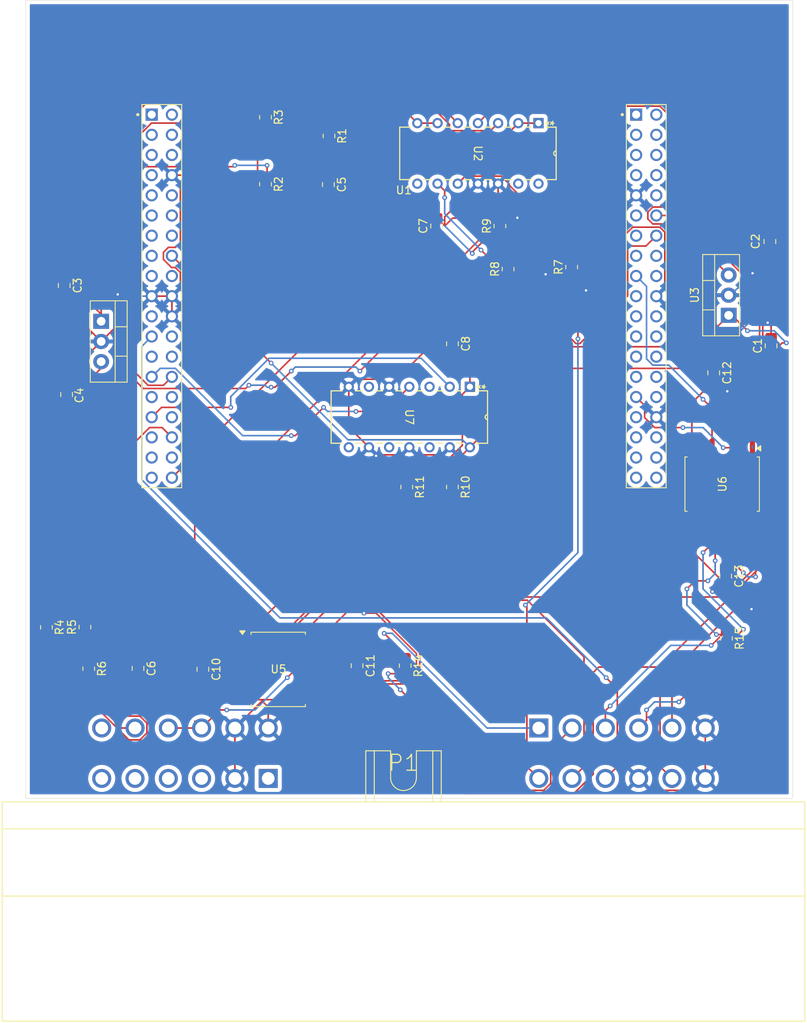
<source format=kicad_pcb>
(kicad_pcb (version 20240108) (generator "pcbnew") (generator_version "8.0")
  (title_block (title "ETC PCB") (date "2024-10-12") (rev "1") (company "Dustin Wang - Formula Slug"))
  (layers (0 "F.Cu" signal) (31 "B.Cu" signal) (34 "B.Paste" user) (35 "F.Paste" user) (36 "B.SilkS" user "B.Silkscreen") (37 "F.SilkS" user "F.Silkscreen") (38 "B.Mask" user) (39 "F.Mask" user) (44 "Edge.Cuts" user))
  (net 0 "")
  (net 1 "+12V")
  (net 2 "GND")
  (net 3 "+5V")
  (net 4 "+9V")
  (net 5 "/HE1")
  (net 6 "/HE2")
  (net 7 "/BSE")
  (net 8 "/Cockpit_smooth")
  (net 9 "/Reverse_smooth")
  (net 10 "+3V3")
  (net 12 "/HE1_RAW")
  (net 13 "/RTDS")
  (net 15 "/L_CAN")
  (net 16 "/Cockpit_Raw")
  (net 19 "/Reverse_Raw")
  (net 20 "/BSE_RAW")
  (net 21 "/H_CAN")
  (net 22 "/HE2_RAW")
  (net 23 "/L_Motor_CAN")
  (net 24 "/H_Motor_CAN")
  (net 25 "Net-(U2A--)")
  (net 26 "Net-(U2B--)")
  (net 27 "Net-(U2C--)")
  (net 37 "/Reverse_Signal")
  (net 40 "/CAN_RD")
  (net 49 "/Motor_CAN_RD")
  (net 58 "/CAN_TD")
  (net 71 "/Cockpit_Signal")
  (net 81 "/Motor_CAN_TD")
  (net 83 "Net-(U2D--)")
  (footprint "FS_3_Global_Footprint_Library:NUCLEO-F446RE" (layer "F.Cu") (at 198.59 85.42)
    (property "Reference" "U1")
    (property "Value" "NUCLEO-F446RE")
  )
  (footprint "Capacitor_SMD:C_0805_2012Metric_Pad1.18x1.45mm_HandSolder" (layer "F.Cu") (at 244.78 105.0225 90)
    (property "Reference" "C1")
    (property "Value" ".33 µF")
  )
  (footprint "Resistor_SMD:R_0805_2012Metric_Pad1.20x1.40mm_HandSolder" (layer "F.Cu") (at 158.9125 145.6725 -90)
    (property "Reference" "R6")
    (property "Value" "180kΩ")
  )
  (footprint "FS_3_Global_Footprint_Library:N14" (layer "F.Cu") (at 200.27 84.6 -90)
    (property "Reference" "U2")
    (property "Value" "MCP6004")
  )
  (footprint "Package_SO:SOP-8_6.62x9.15mm_P2.54mm" (layer "F.Cu") (at 238.62 122.435 -90)
    (property "Reference" "U6")
    (property "Value" "ISO1050DUB")
  )
  (footprint "Capacitor_SMD:C_0805_2012Metric_Pad1.18x1.45mm_HandSolder" (layer "F.Cu") (at 165.1175 145.6425 -90)
    (property "Reference" "C6")
    (property "Value" "40 nF")
  )
  (footprint "Capacitor_SMD:C_0805_2012Metric_Pad1.18x1.45mm_HandSolder" (layer "F.Cu") (at 192.68 145.307244 -90)
    (property "Reference" "C11")
    (property "Value" "100nF")
  )
  (footprint "Resistor_SMD:R_0805_2012Metric_Pad1.20x1.40mm_HandSolder" (layer "F.Cu") (at 198.735 145.299744 -90)
    (property "Reference" "R14")
    (property "Value" "120Ω")
  )
  (footprint "Resistor_SMD:R_0805_2012Metric_Pad1.20x1.40mm_HandSolder" (layer "F.Cu") (at 239.16 141.86 -90)
    (property "Reference" "R15")
    (property "Value" "120Ω")
  )
  (footprint "Resistor_SMD:R_0805_2012Metric_Pad1.20x1.40mm_HandSolder" (layer "F.Cu") (at 158.44 140.44 90)
    (property "Reference" "R5")
    (property "Value" "180kΩ")
  )
  (footprint "FS_3_Global_Footprint_Library:TE_DTM1312PC12PDR008" (layer "F.Cu") (at 198.525 157.54)
    (property "Reference" "P1")
    (property "Value" "DTM1312PC12PDR008")
  )
  (footprint "Resistor_SMD:R_0805_2012Metric_Pad1.20x1.40mm_HandSolder" (layer "F.Cu") (at 219.6845 95.1075 90)
    (property "Reference" "R7")
    (property "Value" "100kΩ")
  )
  (footprint "Resistor_SMD:R_0805_2012Metric_Pad1.20x1.40mm_HandSolder" (layer "F.Cu") (at 204.68 122.8 -90)
    (property "Reference" "R10")
    (property "Value" "10kΩ")
  )
  (footprint "Capacitor_SMD:C_0805_2012Metric_Pad1.18x1.45mm_HandSolder" (layer "F.Cu") (at 204.68 104.7625 -90)
    (property "Reference" "C8")
    (property "Value" "100 nF" (hide yes))
  )
  (footprint "Resistor_SMD:R_0805_2012Metric_Pad1.20x1.40mm_HandSolder" (layer "F.Cu") (at 181.16 76.24 -90)
    (property "Reference" "R3")
    (property "Value" "100kΩ")
  )
  (footprint "Capacitor_SMD:C_0805_2012Metric_Pad1.18x1.45mm_HandSolder" (layer "F.Cu") (at 237.56 108.4225 -90)
    (property "Reference" "C12")
    (property "Value" "100nF")
  )
  (footprint "Capacitor_SMD:C_0805_2012Metric_Pad1.18x1.45mm_HandSolder" (layer "F.Cu") (at 173.28 145.747244 -90)
    (property "Reference" "C10")
    (property "Value" "100nF")
  )
  (footprint "Resistor_SMD:R_0805_2012Metric_Pad1.20x1.40mm_HandSolder" (layer "F.Cu") (at 189.15 78.595 -90)
    (property "Reference" "R1")
    (property "Value" "180kΩ")
  )
  (footprint "Capacitor_SMD:C_0805_2012Metric_Pad1.18x1.45mm_HandSolder" (layer "F.Cu") (at 189.07 84.7125 -90)
    (property "Reference" "C5")
    (property "Value" "40 nF")
  )
  (footprint "Capacitor_SMD:C_0805_2012Metric_Pad1.18x1.45mm_HandSolder" (layer "F.Cu") (at 155.83 97.4275 -90)
    (property "Reference" "C3")
    (property "Value" ".33 µF")
  )
  (footprint "FS_3_Global_Footprint_Library:N14" (layer "F.Cu") (at 191.64 117.8 -90)
    (property "Reference" "U7")
    (property "Value" "SN74AHC14N")
  )
  (footprint "Resistor_SMD:R_0805_2012Metric_Pad1.20x1.40mm_HandSolder" (layer "F.Cu") (at 181.16 84.675 -90)
    (property "Reference" "R2")
    (property "Value" "330kΩ")
  )
  (footprint "Resistor_SMD:R_0805_2012Metric_Pad1.20x1.40mm_HandSolder" (layer "F.Cu") (at 211.6845 95.3575 90)
    (property "Reference" "R8")
    (property "Value" "180kΩ")
  )
  (footprint "Capacitor_SMD:C_0805_2012Metric_Pad1.18x1.45mm_HandSolder" (layer "F.Cu") (at 156.13 111.1525 90)
    (property "Reference" "C4")
    (property "Value" ".1 µF")
  )
  (footprint "Capacitor_SMD:C_0805_2012Metric_Pad1.18x1.45mm_HandSolder" (layer "F.Cu") (at 244.63 91.8825 -90)
    (property "Reference" "C2")
    (property "Value" ".1 µF")
  )
  (footprint "Resistor_SMD:R_0805_2012Metric_Pad1.20x1.40mm_HandSolder" (layer "F.Cu") (at 153.59 140.47 -90)
    (property "Reference" "R4")
    (property "Value" "100kΩ")
  )
  (footprint "Resistor_SMD:R_0805_2012Metric_Pad1.20x1.40mm_HandSolder" (layer "F.Cu") (at 198.93 122.8 -90)
    (property "Reference" "R11")
    (property "Value" "390kΩ")
  )
  (footprint "Resistor_SMD:R_0805_2012Metric_Pad1.20x1.40mm_HandSolder" (layer "F.Cu") (at 210.6545 89.9375 90)
    (property "Reference" "R9")
    (property "Value" "330kΩ")
  )
  (footprint "Capacitor_SMD:C_0805_2012Metric_Pad1.18x1.45mm_HandSolder" (layer "F.Cu") (at 202.692 89.9375 90)
    (property "Reference" "C7")
    (property "Value" "40 nF")
  )
  (footprint "Package_SO:SOP-8_6.62x9.15mm_P2.54mm" (layer "F.Cu") (at 182.76 145.769744)
    (property "Reference" "U5")
    (property "Value" "ISO1050DUB" (hide yes))
  )
  (footprint "Package_TO_SOT_THT:TO-220-3_Vertical" (layer "F.Cu") (at 160.48 101.935 -90)
    (property "Reference" "U4" (hide yes))
    (property "Value" "LM7809_TO220")
  )
  (footprint "Capacitor_SMD:C_0805_2012Metric_Pad1.18x1.45mm_HandSolder" (layer "F.Cu") (at 239.06 134.0225 -90)
    (property "Reference" "C13")
    (property "Value" "100nF")
  )
  (footprint "Package_TO_SOT_THT:TO-220-3_Vertical" (layer "F.Cu") (at 239.44 101.185 90)
    (property "Reference" "U3")
    (property "Value" "LM7805_TO220")
  )
  (gr_rect (start 151 61.5) (end 247.5 162) (stroke (width 0.05)) (fill none) (layer "Edge.Cuts"))
  (segment (start 246.192 104.648) (end 244.78 106.06) (width 0.2) (layer "F.Cu") (net 1))
  (segment (start 207.692244 105.14) (end 205.389744 102.8375) (width 0.2) (layer "F.Cu") (net 1))
  (segment (start 239.869 101.185) (end 241.808 103.124) (width 0.2) (layer "F.Cu") (net 1))
  (segment (start 160.48 99.783471) (end 160.48 101.935) (width 0.2) (layer "F.Cu") (net 1))
  (segment (start 182.372 110.236) (end 181.864 110.236) (width 0.2) (layer "F.Cu") (net 1))
  (segment (start 163.468 98.611471) (end 162.808529 97.952) (width 0.2) (layer "F.Cu") (net 1))
  (segment (start 184.404 108.204) (end 182.372 110.236) (width 0.2) (layer "F.Cu") (net 1))
  (segment (start 239.44 101.185) (end 235.485 105.14) (width 0.2) (layer "F.Cu") (net 1))
  (segment (start 160.48 101.935) (end 160.48 101.04) (width 0.2) (layer "F.Cu") (net 1))
  (segment (start 162.808529 97.952) (end 162.311471 97.952) (width 0.2) (layer "F.Cu") (net 1))
  (segment (start 232.31 146.125256) (end 244.78 133.655256) (width 0.2) (layer "F.Cu") (net 1))
  (segment (start 246.7 104.648) (end 246.192 104.648) (width 0.2) (layer "F.Cu") (net 1))
  (segment (start 244.78 133.655256) (end 244.78 106.06) (width 0.2) (layer "F.Cu") (net 1))
  (segment (start 160.48 101.04) (end 155.83 96.39) (width 0.2) (layer "F.Cu") (net 1))
  (segment (start 198.4065 102.8375) (end 193.04 108.204) (width 0.2) (layer "F.Cu") (net 1))
  (segment (start 232.31 153.15) (end 232.31 146.125256) (width 0.2) (layer "F.Cu") (net 1))
  (segment (start 163.468 108.096) (end 163.468 98.611471) (width 0.2) (layer "F.Cu") (net 1))
  (segment (start 165.767 110.395) (end 163.468 108.096) (width 0.2) (layer "F.Cu") (net 1))
  (segment (start 162.311471 97.952) (end 160.48 99.783471) (width 0.2) (layer "F.Cu") (net 1))
  (segment (start 239.44 101.185) (end 239.869 101.185) (width 0.2) (layer "F.Cu") (net 1))
  (segment (start 179.069999 109.982001) (end 178.657 110.395) (width 0.2) (layer "F.Cu") (net 1))
  (segment (start 178.657 110.395) (end 165.767 110.395) (width 0.2) (layer "F.Cu") (net 1))
  (segment (start 205.389744 102.8375) (end 198.4065 102.8375) (width 0.2) (layer "F.Cu") (net 1))
  (segment (start 235.485 105.14) (end 207.692244 105.14) (width 0.2) (layer "F.Cu") (net 1))
  (via (at 184.404 108.204) (size 0.6) (drill 0.3) (layers "F.Cu" "B.Cu") (net 1))
  (via (at 246.7 104.648) (size 0.6) (drill 0.3) (layers "F.Cu" "B.Cu") (net 1))
  (via (at 179.069999 109.982001) (size 0.6) (drill 0.3) (layers "F.Cu" "B.Cu") (net 1))
  (via (at 193.04 108.204) (size 0.6) (drill 0.3) (layers "F.Cu" "B.Cu") (net 1))
  (via (at 181.864 110.236) (size 0.6) (drill 0.3) (layers "F.Cu" "B.Cu") (net 1))
  (via (at 241.808 103.124) (size 0.6) (drill 0.3) (layers "F.Cu" "B.Cu") (net 1))
  (segment (start 245.176 103.124) (end 246.7 104.648) (width 0.2) (layer "B.Cu") (net 1))
  (segment (start 181.356 110.236) (end 181.102001 109.982001) (width 0.2) (layer "B.Cu") (net 1))
  (segment (start 184.912 107.696) (end 184.404 108.204) (width 0.2) (layer "B.Cu") (net 1))
  (segment (start 192.532 107.696) (end 184.912 107.696) (width 0.2) (layer "B.Cu") (net 1))
  (segment (start 241.808 103.124) (end 245.176 103.124) (width 0.2) (layer "B.Cu") (net 1))
  (segment (start 181.102001 109.982001) (end 179.069999 109.982001) (width 0.2) (layer "B.Cu") (net 1))
  (segment (start 193.04 108.204) (end 192.532 107.696) (width 0.2) (layer "B.Cu") (net 1))
  (segment (start 181.864 110.236) (end 181.356 110.236) (width 0.2) (layer "B.Cu") (net 1))
  (segment (start 169.821138 95.165) (end 170.445 95.788862) (width 0.2) (layer "F.Cu") (net 2))
  (segment (start 168.315 93.248862) (end 168.315 94.147) (width 0.2) (layer "F.Cu") (net 2))
  (segment (start 203.708 89.916) (end 203.708 88.782) (width 0.2) (layer "F.Cu") (net 2))
  (segment (start 200.152 146.467488) (end 200.152 143.764) (width 0.2) (layer "F.Cu") (net 2))
  (segment (start 203.708 88.782) (end 207.89 84.6) (width 0.2) (layer "F.Cu") (net 2))
  (segment (start 195.1277 118.7477) (end 198.3123 118.7477) (width 0.2) (layer "F.Cu") (net 2))
  (segment (start 180.724 149.736) (end 180.880256 149.579744) (width 0.2) (layer "F.Cu") (net 2))
  (segment (start 192.5877 109.2323) (end 191.64 110.18) (width 0.2) (layer "F.Cu") (net 2))
  (segment (start 168.315 94.147) (end 169.333 95.165) (width 0.2) (layer "F.Cu") (net 2))
  (segment (start 180.16 78.24) (end 180.16 84.675) (width 0.2) (layer "F.Cu") (net 2))
  (segment (start 229.62 161) (end 235 161) (width 0.2) (layer "F.Cu") (net 2))
  (segment (start 234.81 126.96) (end 234.81 117.91) (width 0.2) (layer "F.Cu") (net 2))
  (segment (start 244.78 102.54) (end 244.348 102.108) (width 0.2) (layer "F.Cu") (net 2))
  (segment (start 221.488 95.955862) (end 227.358862 90.085) (width 0.2) (layer "F.Cu") (net 2))
  (segment (start 192.68 146.344744) (end 193.535 147.199744) (width 0.2) (layer "F.Cu") (net 2))
  (segment (start 169.333 95.165) (end 169.821138 95.165) (width 0.2) (layer "F.Cu") (net 2))
  (segment (start 232.606 112.21) (end 233.172 112.776) (width 0.2) (layer "F.Cu") (net 2))
  (segment (start 233.172 112.776) (end 233.172 111.252) (width 0.2) (layer "F.Cu") (net 2))
  (segment (start 189.07 85.75) (end 189.89 85.75) (width 0.2) (layer "F.Cu") (net 2))
  (segment (start 193.535 147.199744) (end 199.419744 147.199744) (width 0.2) (layer "F.Cu") (net 2))
  (segment (start 227.358862 90.085) (end 230.781138 90.085) (width 0.2) (layer "F.Cu") (net 2))
  (segment (start 173.175256 146.68) (end 173.28 146.784744) (width 0.2) (layer "F.Cu") (net 2))
  (segment (start 156.13 110.115) (end 156.13 108.825) (width 0.2) (layer "F.Cu") (net 2))
  (segment (start 193.04 88.9) (end 202.692 88.9) (width 0.2) (layer "F.Cu") (net 2))
  (segment (start 203.7295 89.9225) (end 203.736 89.916) (width 0.2) (layer "F.Cu") (net 2))
  (segment (start 170.445 95.788862) (end 170.445 97.705) (width 0.2) (layer "F.Cu") (net 2))
  (segment (start 204.7145 88.9375) (end 210.6545 88.9375) (width 0.2) (layer "F.Cu") (net 2))
  (segment (start 194.18 117.8) (end 195.1277 118.7477) (width 0.2) (layer "F.Cu") (net 2))
  (segment (start 168.938862 92.625) (end 168.315 93.248862) (width 0.2) (layer "F.Cu") (net 2))
  (segment (start 199.419744 147.199744) (end 200.152 146.467488) (width 0.2) (layer "F.Cu") (net 2))
  (segment (start 203.3923 118.7477) (end 204.34 117.8) (width 0.2) (layer "F.Cu") (net 2))
  (segment (start 237.56 110.052) (end 237.56 109.46) (width 0.2) (layer "F.Cu") (net 2))
  (segment (start 210.43 88.713) (end 210.6545 88.9375) (width 0.2) (layer "F.Cu") (net 2))
  (segment (start 180.16 84.675) (end 181.16 85.675) (width 0.2) (layer "F.Cu") (net 2))
  (segment (start 169.38 83.53) (end 179.015 83.53) (width 0.2) (layer "F.Cu") (net 2))
  (segment (start 181.16 77.24) (end 180.16 78.24) (width 0.2) (layer "F.Cu") (net 2))
  (segment (start 178.235 149.579744) (end 176.075 149.579744) (width 0.2) (layer "F.Cu") (net 2))
  (segment (start 232.14 112.21) (end 232.606 112.21) (width 0.2) (layer "F.Cu") (net 2))
  (segment (start 231.405 90.708862) (end 231.405 97.705) (width 0.2) (layer "F.Cu") (net 2))
  (segment (start 234.13 112.21) (end 234.81 112.21) (width 0.2) (layer "F.Cu") (net 2))
  (segment (start 181.5 150.512) (end 181.5 153.15) (width 0.2) (layer "F.Cu") (net 2))
  (segment (start 235 161) (end 236.5 159.5) (width 0.2) (layer "F.Cu") (net 2))
  (segment (start 180.880256 149.579744) (end 187.285 149.579744) (width 0.2) (layer "F.Cu") (net 2))
  (segment (start 200.152 143.764) (end 195.072 138.684) (width 0.2) (layer "F.Cu") (net 2))
  (segment (start 170.445 84.595) (end 170.445 92.001138) (width 0.2) (layer "F.Cu") (net 2))
  (segment (start 163.068 101.887) (end 163.068 99.06) (width 0.2) (layer "F.Cu") (net 2))
  (segment (start 169.38 98.77) (end 166.84 98.77) (width 0.2) (layer "F.Cu") (net 2))
  (segment (start 199.26 117.8) (end 200.2077 118.7477) (width 0.2) (layer "F.Cu") (net 2))
  (segment (start 234.81 112.21) (end 237.56 109.46) (width 0.2) (layer "F.Cu") (net 2))
  (segment (start 178.235 149.579744) (end 180.880256 149.579744) (width 0.2) (layer "F.Cu") (net 2))
  (segment (start 233.172 111.252) (end 234.13 112.21) (width 0.2) (layer "F.Cu") (net 2))
  (segment (start 200.2077 118.7477) (end 203.3923 118.7477) (width 0.2) (layer "F.Cu") (net 2))
  (segment (start 239.268 110.744) (end 238.252 110.744) (width 0.2) (layer "F.Cu") (net 2))
  (segment (start 231.405 97.705) (end 232.345 98.645) (width 0.2) (layer "F.Cu") (net 2))
  (segment (start 238.32 135.06) (end 239.06 135.06) (width 0.2) (layer "F.Cu") (net 2))
  (segment (start 221.488 98.044) (end 221.488 95.955862) (width 0.2) (layer "F.Cu") (net 2))
  (segment (start 236.5 153.15) (end 236.5 159.5) (width 0.2) (layer "F.Cu") (net 2))
  (segment (start 192.68 146.344744) (end 190.52 146.344744) (width 0.2) (layer "F.Cu") (net 2))
  (segment (start 244.63 92.92) (end 244.63 93.698) (width 0.2) (layer "F.Cu") (net 2))
  (segment (start 179.015 83.53) (end 180.16 84.675) (width 0.2) (layer "F.Cu") (net 2))
  (segment (start 203.736 89.916) (end 204.7145 88.9375) (width 0.2) (layer "F.Cu") (net 2))
  (segment (start 239.06 135.06) (end 234.81 130.81) (width 0.2) (layer "F.Cu") (net 2))
  (segment (start 191.64 115.26) (end 194.18 117.8) (width 0.2) (layer "F.Cu") (net 2))
  (segment (start 190.52 146.344744) (end 187.285 149.579744) (width 0.2) (layer "F.Cu") (net 2))
  (segment (start 230.34 114.01) (end 232.14 112.21) (width 0.2) (layer "F.Cu") (net 2))
  (segment (start 227.8 86.07) (end 221.488 92.382) (width 0.2) (layer "F.Cu") (net 2))
  (segment (start 212.8145 88.9375) (end 210.6545 88.9375) (width 0.2) (layer "F.Cu") (net 2))
  (segment (start 231.405 97.705) (end 230.34 98.77) (width 0.2) (layer "F.Cu") (net 2))
  (segment (start 221.488 92.382) (end 221.488 98.044) (width 0.2) (layer "F.Cu") (net 2))
  (segment (start 198.3123 118.7477) (end 199.26 117.8) (width 0.2) (layer "F.Cu") (net 2))
  (segment (start 195.7723 109.2323) (end 192.5877 109.2323) (width 0.2) (layer "F.Cu") (net 2))
  (segment (start 212.852 88.9) (end 212.8145 88.9375) (width 0.2) (layer "F.Cu") (net 2))
  (segment (start 160.48 104.475) (end 163.068 101.887) (width 0.2) (layer "F.Cu") (net 2))
  (segment (start 237.406265 135.973735) (end 238.32 135.06) (width 0.2) (layer "F.Cu") (net 2))
  (segment (start 236.5 153.15) (end 242.316 147.334) (width 0.2) (layer "F.Cu") (net 2))
  (segment (start 196.96 110.18) (end 197.03 110.11) (width 0.2) (layer "F.Cu") (net 2))
  (segment (start 165.11 146.6725) (end 165.1175 146.68) (width 0.2) (layer "F.Cu") (net 2))
  (segment (start 230.781138 90.085) (end 231.405 90.708862) (width 0.2) (layer "F.Cu") (net 2))
  (segment (start 196.72 110.18) (end 195.7723 109.2323) (width 0.2) (layer "F.Cu") (net 2))
  (segment (start 188.995 85.675) (end 189.07 85.75) (width 0.2) (layer "F.Cu") (net 2))
  (segment (start 202.692 88.9) (end 203.708 89.916) (width 0.2) (layer "F.Cu") (net 2))
  (segment (start 238.252 110.744) (end 237.56 110.052) (width 0.2) (layer "F.Cu") (net 2))
  (segment (start 177.31 159.5) (end 177.31 153.15) (width 0.2) (layer "F.Cu") (net 2))
  (segment (start 234.81 130.81) (end 234.81 126.96) (width 0.2) (layer "F.Cu") (net 2))
  (segment (start 189.89 85.75) (end 193.04 88.9) (width 0.2) (layer "F.Cu") (net 2))
  (segment (start 155.83 99.825) (end 160.48 104.475) (width 0.2) (layer "F.Cu") (net 2))
  (segment (start 181.16 85.675) (end 188.995 85.675) (width 0.2) (layer "F.Cu") (net 2))
  (segment (start 163.068 99.06) (end 162.56 98.552) (width 0.2) (layer "F.Cu") (net 2))
  (segment (start 244.63 93.698) (end 242.448009 95.879991) (width 0.2) (layer "F.Cu") (net 2))
  (segment (start 242.316 147.334) (end 242.316 138.176) (width 0.2) (layer "F.Cu") (net 2))
  (segment (start 177.31 153.15) (end 180.724 149.736) (width 0.2) (layer "F.Cu") (net 2))
  (segment (start 228.12 159.5) (end 229.62 161) (width 0.2) (layer "F.Cu") (net 2))
  (segment (start 180.724 149.736) (end 181.5 150.512) (width 0.2) (layer "F.Cu") (net 2))
  (segment (start 191.64 110.18) (end 191.64 115.26) (width 0.2) (layer "F.Cu") (net 2))
  (segment (start 234.81 117.91) (end 234.81 112.21) (width 0.2) (layer "F.Cu") (net 2))
  (segment (start 203.7295 89.9375) (end 203.7295 89.9225) (width 0.2) (layer "F.Cu") (net 2))
  (segment (start 196.72 110.18) (end 196.96 110.18) (width 0.2) (layer "F.Cu") (net 2))
  (segment (start 232.345 98.645) (end 239.44 98.645) (width 0.2) (layer "F.Cu") (net 2))
  (segment (start 169.821138 92.625) (end 168.938862 92.625) (width 0.2) (layer "F.Cu") (net 2))
  (segment (start 201.1 105.8) (end 196.72 110.18) (width 0.2) (layer "F.Cu") (net 2))
  (segment (start 169.38 98.77) (end 169.38 101.31) (width 0.2) (layer "F.Cu") (net 2))
  (segment (start 195.072 138.684) (end 193.548 138.684) (width 0.2) (layer "F.Cu") (net 2))
  (segment (start 169.38 83.53) (end 170.445 84.595) (width 0.2) (layer "F.Cu") (net 2))
  (segment (start 155.83 98.465) (end 155.83 99.825) (width 0.2) (layer "F.Cu") (net 2))
  (segment (start 210.43 84.6) (end 210.43 88.713) (width 0.2) (layer "F.Cu") (net 2))
  (segment (start 156.13 108.825) (end 160.48 104.475) (width 0.2) (layer "F.Cu") (net 2))
  (segment (start 158.9125 146.6725) (end 165.11 146.6725) (width 0.2) (layer "F.Cu") (net 2))
  (segment (start 204.68 105.8) (end 201.1 105.8) (width 0.2) (layer "F.Cu") (net 2))
  (segment (start 203.708 89.916) (end 203.736 89.916) (width 0.2) (layer "F.Cu") (net 2))
  (segment (start 170.445 97.705) (end 169.38 98.77) (width 0.2) (layer "F.Cu") (net 2))
  (segment (start 176.075 149.579744) (end 173.28 146.784744) (width 0.2) (layer "F.Cu") (net 2))
  (segment (start 170.445 92.001138) (end 169.821138 92.625) (width 0.2) (layer "F.Cu") (net 2))
  (segment (start 165.1175 146.68) (end 173.175256 146.68) (width 0.2) (layer "F.Cu") (net 2))
  (segment (start 244.78 103.985) (end 244.78 102.54) (width 0.2) (layer "F.Cu") (net 2))
  (via (at 193.548 138.684) (size 0.6) (drill 0.3) (layers "F.Cu" "B.Cu") (net 2))
  (via (at 239.268 110.744) (size 0.6) (drill 0.3) (layers "F.Cu" "B.Cu") (net 2))
  (via (at 216.408 96.012) (size 0.6) (drill 0.3) (layers "F.Cu" "B.Cu") (net 2))
  (via (at 212.852 88.9) (size 0.6) (drill 0.3) (layers "F.Cu" "B.Cu") (net 2))
  (via (at 242.448009 95.879991) (size 0.6) (drill 0.3) (layers "F.Cu" "B.Cu") (net 2))
  (via (at 242.316 138.176) (size 0.6) (drill 0.3) (layers "F.Cu" "B.Cu") (net 2))
  (via (at 162.56 98.552) (size 0.6) (drill 0.3) (layers "F.Cu" "B.Cu") (net 2))
  (via (at 195.072 118.872) (size 0.6) (drill 0.3) (layers "F.Cu" "B.Cu") (net 2))
  (via (at 237.406265 135.973735) (size 0.6) (drill 0.3) (layers "F.Cu" "B.Cu") (net 2))
  (via (at 244.348 102.108) (size 0.6) (drill 0.3) (layers "F.Cu" "B.Cu") (net 2))
  (via (at 221.488 98.044) (size 0.6) (drill 0.3) (layers "F.Cu" "B.Cu") (net 2))
  (segment (start 239.683 98.645) (end 239.44 98.645) (width 0.2) (layer "B.Cu") (net 2))
  (segment (start 239.44 98.645) (end 239.555 98.53) (width 0.2) (layer "B.Cu") (net 2))
  (segment (start 162.56 98.552) (end 163.576 98.552) (width 0.2) (layer "B.Cu") (net 2))
  (segment (start 193.548 120.396) (end 195.072 118.872) (width 0.2) (layer "B.Cu") (net 2))
  (segment (start 242.448009 95.879991) (end 239.683 98.645) (width 0.2) (layer "B.Cu") (net 2))
  (segment (start 163.576 98.552) (end 163.794 98.77) (width 0.2) (layer "B.Cu") (net 2))
  (segment (start 218.44 98.044) (end 216.408 96.012) (width 0.2) (layer "B.Cu") (net 2))
  (segment (start 244.348 102.108) (end 241.975471 102.108) (width 0.2) (layer "B.Cu") (net 2))
  (segment (start 242.316 138.176) (end 240.113735 135.973735) (width 0.2) (layer "B.Cu") (net 2))
  (segment (start 163.794 98.77) (end 166.84 98.77) (width 0.2) (layer "B.Cu") (net 2))
  (segment (start 241.975471 102.108) (end 239.268 104.815471) (width 0.2) (layer "B.Cu") (net 2))
  (segment (start 215.9 91.948) (end 212.852 88.9) (width 0.2) (layer "B.Cu") (net 2))
  (segment (start 215.9 95.504) (end 215.9 91.948) (width 0.2) (layer "B.Cu") (net 2))
  (segment (start 239.268 104.815471) (end 239.268 110.744) (width 0.2) (layer "B.Cu") (net 2))
  (segment (start 221.488 98.044) (end 218.44 98.044) (width 0.2) (layer "B.Cu") (net 2))
  (segment (start 240.113735 135.973735) (end 237.406265 135.973735) (width 0.2) (layer "B.Cu") (net 2))
  (segment (start 216.408 96.012) (end 215.9 95.504) (width 0.2) (layer "B.Cu") (net 2))
  (segment (start 193.548 138.684) (end 193.548 120.396) (width 0.2) (layer "B.Cu") (net 2))
  (segment (start 175.394 150.876) (end 176.276 150.876) (width 0.2) (layer "F.Cu") (net 3))
  (segment (start 185.81 143.434744) (end 187.285 141.959744) (width 0.2) (layer "F.Cu") (net 3))
  (segment (start 210.025 74.845) (end 230.801 74.845) (width 0.2) (layer "F.Cu") (net 3))
  (segment (start 199.58543 147.599744) (end 200.552 146.633174) (width 0.2) (layer "F.Cu") (net 3))
  (segment (start 239.06 132.985) (end 239.06 130.33) (width 0.2) (layer "F.Cu") (net 3))
  (segment (start 242.824 134.112) (end 242.824 133.45893) (width 0.2) (layer "F.Cu") (net 3))
  (segment (start 230.81 158) (end 230.81 145.47293) (width 0.2) (layer "F.Cu") (net 3))
  (segment (start 240.681 132.985) (end 241.282357 133.586357) (width 0.2) (layer "F.Cu") (net 3))
  (segment (start 244.63 90.845) (end 245.655 91.87) (width 0.2) (layer "F.Cu") (net 3))
  (segment (start 243.732 98.012512) (end 233.264488 87.545) (width 0.2) (layer "F.Cu") (net 3))
  (segment (start 185.81 144.85832) (end 186.076424 145.124744) (width 0.2) (layer "F.Cu") (net 3))
  (segment (start 233.264488 87.545) (end 229.898862 87.545) (width 0.2) (layer "F.Cu") (net 3))
  (segment (start 185.003576 145.664744) (end 185.81 144.85832) (width 0.2) (layer "F.Cu") (net 3))
  (segment (start 233.01 89.675) (end 239.44 96.105) (width 0.2) (layer "F.Cu") (net 3))
  (segment (start 242.824 133.45893) (end 243.732 132.55093) (width 0.2) (layer "F.Cu") (net 3))
  (segment (start 222.394214 146.16586) (end 222.394214 158.967107) (width 0.2) (layer "F.Cu") (net 3))
  (segment (start 229.898862 87.545) (end 229.275 88.168862) (width 0.2) (layer "F.Cu") (net 3))
  (segment (start 230.81 145.47293) (end 223.087144 145.47293) (width 0.2) (layer "F.Cu") (net 3))
  (segment (start 233.264488 77.308488) (end 233.264488 87.545) (width 0.2) (layer "F.Cu") (net 3))
  (segment (start 200.552 143.598314) (end 195.037686 138.084) (width 0.2) (layer "F.Cu") (net 3))
  (segment (start 239.06 132.985) (end 240.681 132.985) (width 0.2) (layer "F.Cu") (net 3))
  (segment (start 239.06 130.33) (end 242.43 126.96) (width 0.2) (layer "F.Cu") (net 3))
  (segment (start 243.732 132.55093) (end 243.732 98.044) (width 0.2) (layer "F.Cu") (net 3))
  (segment (start 229.275 88.168862) (end 229.275 89.051138) (width 0.2) (layer "F.Cu") (net 3))
  (segment (start 195.037686 138.084) (end 191.867168 138.084) (width 0.2) (layer "F.Cu") (net 3))
  (segment (start 189.348576 144.269744) (end 192.68 144.269744) (width 0.2) (layer "F.Cu") (net 3))
  (segment (start 185.003576 145.704424) (end 185.003576 145.664744) (width 0.2) (layer "F.Cu") (net 3))
  (segment (start 188.493576 145.124744) (end 189.348576 144.269744) (width 0.2) (layer "F.Cu") (net 3))
  (segment (start 219.961321 161.4) (end 206.191756 161.4) (width 0.2) (layer "F.Cu") (net 3))
  (segment (start 230.81 145.47293) (end 243.732 132.55093) (width 0.2) (layer "F.Cu") (net 3))
  (segment (start 191.867168 138.084) (end 185.81 144.141168) (width 0.2) (layer "F.Cu") (net 3))
  (segment (start 222.394214 158.967107) (end 219.961321 161.4) (width 0.2) (layer "F.Cu") (net 3))
  (segment (start 200.552 146.633174) (end 200.552 143.598314) (width 0.2) (layer "F.Cu") (net 3))
  (segment (start 229.898862 89.675) (end 233.01 89.675) (width 0.2) (layer "F.Cu") (net 3))
  (segment (start 172.255 152.285) (end 173.12 153.15) (width 0.2) (layer "F.Cu") (net 3))
  (segment (start 229.275 89.051138) (end 229.898862 89.675) (width 0.2) (layer "F.Cu") (net 3))
  (segment (start 207.89 76.98) (end 210.025 74.845) (width 0.2) (layer "F.Cu") (net 3))
  (segment (start 173.12 153.15) (end 175.394 150.876) (width 0.2) (layer "F.Cu") (net 3))
  (segment (start 183.896 146.812) (end 185.003576 145.704424) (width 0.2) (layer "F.Cu") (net 3))
  (segment (start 206.191756 161.4) (end 192.3915 147.599744) (width 0.2) (layer "F.Cu") (net 3))
  (segment (start 185.81 144.85832) (end 185.81 143.434744) (width 0.2) (layer "F.Cu") (net 3))
  (segment (start 192.3915 147.599744) (end 199.58543 147.599744) (width 0.2) (layer "F.Cu") (net 3))
  (segment (start 185.81 144.141168) (end 185.81 144.85832) (width 0.2) (layer "F.Cu") (net 3))
  (segment (start 223.087144 145.47293) (end 222.394214 146.16586) (width 0.2) (layer "F.Cu") (net 3))
  (segment (start 230.801 74.845) (end 233.264488 77.308488) (width 0.2) (layer "F.Cu") (net 3))
  (segment (start 173.12 153.15) (end 168.93 153.15) (width 0.2) (layer "F.Cu") (net 3))
  (segment (start 232.31 159.5) (end 230.81 158) (width 0.2) (layer "F.Cu") (net 3))
  (segment (start 245.655 91.87) (end 245.655 96.121) (width 0.2) (layer "F.Cu") (net 3))
  (segment (start 245.655 96.121) (end 243.732 98.044) (width 0.2) (layer "F.Cu") (net 3))
  (segment (start 243.732 98.044) (end 243.732 98.012512) (width 0.2) (layer "F.Cu") (net 3))
  (segment (start 186.076424 145.124744) (end 188.493576 145.124744) (width 0.2) (layer "F.Cu") (net 3))
  (via (at 176.276 150.876) (size 0.6) (drill 0.3) (layers "F.Cu" "B.Cu") (net 3))
  (via (at 183.896 146.812) (size 0.6) (drill 0.3) (layers "F.Cu" "B.Cu") (net 3))
  (via (at 242.824 134.112) (size 0.6) (drill 0.3) (layers "F.Cu" "B.Cu") (net 3))
  (via (at 241.282357 133.586357) (size 0.6) (drill 0.3) (layers "F.Cu" "B.Cu") (net 3))
  (segment (start 179.832 150.876) (end 183.896 146.812) (width 0.2) (layer "B.Cu") (net 3))
  (segment (start 176.276 150.876) (end 179.832 150.876) (width 0.2) (layer "B.Cu") (net 3))
  (segment (start 241.808 134.112) (end 242.824 134.112) (width 0.2) (layer "B.Cu") (net 3))
  (segment (start 241.282357 133.586357) (end 241.808 134.112) (width 0.2) (layer "B.Cu") (net 3))
  (segment (start 156.13 112.19) (end 160.48 107.84) (width 0.2) (layer "F.Cu") (net 4))
  (segment (start 160.48 107.84) (end 160.48 107.015) (width 0.2) (layer "F.Cu") (net 4))
  (segment (start 164.592 108.204) (end 164.592 83.045) (width 0.2) (layer "F.Cu") (net 5))
  (segment (start 164.592 83.045) (end 165.172 82.465) (width 0.2) (layer "F.Cu") (net 5))
  (segment (start 189.07 79.675) (end 189.15 79.595) (width 0.2) (layer "F.Cu") (net 5))
  (segment (start 181.356 83.479) (end 181.16 83.675) (width 0.2) (layer "F.Cu") (net 5))
  (segment (start 168.315 109.995) (end 166.383 109.995) (width 0.2) (layer "F.Cu") (net 5))
  (segment (start 189.16 83.262244) (end 189.16 83.74) (width 0.2) (layer "F.Cu") (net 5))
  (segment (start 169.38 108.93) (end 168.315 109.995) (width 0.2) (layer "F.Cu") (net 5))
  (segment (start 165.172 82.465) (end 177.123 82.465) (width 0.2) (layer "F.Cu") (net 5))
  (segment (start 177.123 82.465) (end 177.292 82.296) (width 0.2) (layer "F.Cu") (net 5))
  (segment (start 166.383 109.995) (end 164.592 108.204) (width 0.2) (layer "F.Cu") (net 5))
  (segment (start 189.07 83.675) (end 189.07 79.675) (width 0.2) (layer "F.Cu") (net 5))
  (segment (start 181.16 83.675) (end 189.07 83.675) (width 0.2) (layer "F.Cu") (net 5))
  (segment (start 181.356 82.296) (end 181.356 83.479) (width 0.2) (layer "F.Cu") (net 5))
  (via (at 177.292 82.296) (size 0.6) (drill 0.3) (layers "F.Cu" "B.Cu") (net 5))
  (via (at 181.356 82.296) (size 0.6) (drill 0.3) (layers "F.Cu" "B.Cu") (net 5))
  (segment (start 177.292 82.296) (end 181.356 82.296) (width 0.2) (layer "B.Cu") (net 5))
  (segment (start 166.567862 115.316) (end 168.146 115.316) (width 0.2) (layer "F.Cu") (net 6))
  (segment (start 168.146 115.316) (end 169.38 116.55) (width 0.2) (layer "F.Cu") (net 6))
  (segment (start 158.44 123.443862) (end 166.567862 115.316) (width 0.2) (layer "F.Cu") (net 6))
  (segment (start 165.05 144.6725) (end 165.1175 144.605) (width 0.2) (layer "F.Cu") (net 6))
  (segment (start 158.44 139.44) (end 158.44 123.443862) (width 0.2) (layer "F.Cu") (net 6))
  (segment (start 158.9125 144.6725) (end 165.05 144.6725) (width 0.2) (layer "F.Cu") (net 6))
  (segment (start 169.38 121.63) (end 200.035 90.975) (width 0.2) (layer "F.Cu") (net 7))
  (segment (start 210.6545 90.9375) (end 210.6545 93.3275) (width 0.2) (layer "F.Cu") (net 7))
  (segment (start 210.6545 90.9375) (end 209.457971 90.9375) (width 0.2) (layer "F.Cu") (net 7))
  (segment (start 210.6545 93.3275) (end 211.6845 94.3575) (width 0.2) (layer "F.Cu") (net 7))
  (segment (start 209.457971 90.9375) (end 207.180265 93.215206) (width 0.2) (layer "F.Cu") (net 7))
  (segment (start 200.035 90.975) (end 202.692 90.975) (width 0.2) (layer "F.Cu") (net 7))
  (segment (start 207.180265 93.215206) (end 207.180265 93.388265) (width 0.2) (layer "F.Cu") (net 7))
  (via (at 207.180265 93.388265) (size 0.6) (drill 0.3) (layers "F.Cu" "B.Cu") (net 7))
  (segment (start 207.180265 93.388265) (end 203.7295 89.9375) (width 0.2) (layer "B.Cu") (net 7))
  (segment (start 203.7745 89.8775) (end 203.7745 89.8925) (width 0.2) (layer "B.Cu") (net 7))
  (segment (start 203.7745 89.8925) (end 203.7295 89.9375) (width 0.2) (layer "B.Cu") (net 7))
  (segment (start 204.68 103.725) (end 206.88 105.925) (width 0.2) (layer "F.Cu") (net 8))
  (segment (start 205.9323 111.1277) (end 206.88 110.18) (width 0.2) (layer "F.Cu") (net 8))
  (segment (start 198.93 121.8) (end 201.680251 121.8) (width 0.2) (layer "F.Cu") (net 8))
  (segment (start 206.88 105.925) (end 206.88 110.18) (width 0.2) (layer "F.Cu") (net 8))
  (segment (start 205.9323 117.547951) (end 205.9323 111.1277) (width 0.2) (layer "F.Cu") (net 8))
  (segment (start 201.680251 121.8) (end 205.9323 117.547951) (width 0.2) (layer "F.Cu") (net 8))
  (segment (start 178.235 141.959744) (end 197.294744 122.9) (width 0.2) (layer "F.Cu") (net 10))
  (segment (start 197.294744 122.9) (end 203.58 122.9) (width 0.2) (layer "F.Cu") (net 10))
  (segment (start 206.88 117.8) (end 216.815 107.865) (width 0.2) (layer "F.Cu") (net 10))
  (segment (start 237.08 107.865) (end 237.56 107.385) (width 0.2) (layer "F.Cu") (net 10))
  (segment (start 171.463 95.773) (end 171.463 96.787) (width 0.2) (layer "F.Cu") (net 10))
  (segment (start 204.68 121.8) (end 204.68 120) (width 0.2) (layer "F.Cu") (net 10))
  (segment (start 171.463 96.787) (end 181.864 107.188) (width 0.2) (layer "F.Cu") (net 10))
  (segment (start 216.815 107.865) (end 237.08 107.865) (width 0.2) (layer "F.Cu") (net 10))
  (segment (start 204.68 120) (end 206.88 117.8) (width 0.2) (layer "F.Cu") (net 10))
  (segment (start 178.235 141.959744) (end 176.03 141.959744) (width 0.2) (layer "F.Cu") (net 10))
  (segment (start 169.38 93.69) (end 171.463 95.773) (width 0.2) (layer "F.Cu") (net 10))
  (segment (start 176.03 141.959744) (end 173.28 144.709744) (width 0.2) (layer "F.Cu") (net 10))
  (segment (start 242.43 112.255) (end 237.56 107.385) (width 0.2) (layer "F.Cu") (net 10))
  (segment (start 242.43 117.91) (end 242.43 112.255) (width 0.2) (layer "F.Cu") (net 10))
  (segment (start 203.58 122.9) (end 204.68 121.8) (width 0.2) (layer "F.Cu") (net 10))
  (via (at 181.864 107.188) (size 0.6) (drill 0.3) (layers "F.Cu" "B.Cu") (net 10))
  (segment (start 181.864 107.188) (end 191.5283 116.8523) (width 0.2) (layer "B.Cu") (net 10))
  (segment (start 242.43 117.64) (end 242.43 117.91) (width 0.2) (layer "B.Cu") (net 10))
  (segment (start 205.9323 116.8523) (end 206.88 117.8) (width 0.2) (layer "B.Cu") (net 10))
  (segment (start 191.5283 116.8523) (end 205.9323 116.8523) (width 0.2) (layer "B.Cu") (net 10))
  (segment (start 152.59 142.697056) (end 152.59 88.03) (width 0.2) (layer "F.Cu") (net 12))
  (segment (start 180.088 74.168) (end 181.16 75.24) (width 0.2) (layer "F.Cu") (net 12))
  (segment (start 164.74 153.15) (end 163.042944 153.15) (width 0.2) (layer "F.Cu") (net 12))
  (segment (start 202.410251 75.24) (end 181.16 75.24) (width 0.2) (layer "F.Cu") (net 12))
  (segment (start 204.312849 77.142598) (end 202.410251 75.24) (width 0.2) (layer "F.Cu") (net 12))
  (segment (start 204.312849 77.9277) (end 204.312849 77.142598) (width 0.2) (layer "F.Cu") (net 12))
  (segment (start 166.452 74.168) (end 180.088 74.168) (width 0.2) (layer "F.Cu") (net 12))
  (segment (start 163.042944 153.15) (end 152.59 142.697056) (width 0.2) (layer "F.Cu") (net 12))
  (segment (start 152.59 88.03) (end 166.452 74.168) (width 0.2) (layer "F.Cu") (net 12))
  (segment (start 209.4823 77.9277) (end 204.312849 77.9277) (width 0.2) (layer "F.Cu") (net 12))
  (segment (start 210.43 76.98) (end 209.4823 77.9277) (width 0.2) (layer "F.Cu") (net 12))
  (segment (start 223.93 159.5) (end 225.43 158) (width 0.2) (layer "F.Cu") (net 13))
  (segment (start 225.43 148.214) (end 224.028 146.812) (width 0.2) (layer "F.Cu") (net 13))
  (segment (start 225.43 158) (end 225.43 148.214) (width 0.2) (layer "F.Cu") (net 13))
  (via (at 224.028 146.812) (size 0.6) (drill 0.3) (layers "F.Cu" "B.Cu") (net 13))
  (segment (start 165.608 105.082) (end 166.84 103.85) (width 0.2) (layer "B.Cu") (net 13))
  (segment (start 182.987862 139.284) (end 165.608 121.904138) (width 0.2) (layer "B.Cu") (net 13))
  (segment (start 216.5 139.284) (end 182.987862 139.284) (width 0.2) (layer "B.Cu") (net 13))
  (segment (start 224.028 146.812) (end 216.5 139.284) (width 0.2) (layer "B.Cu") (net 13))
  (segment (start 165.608 121.904138) (end 165.608 105.082) (width 0.2) (layer "B.Cu") (net 13))
  (segment (start 239.16 142.86) (end 239.16 143.872) (width 0.2) (layer "F.Cu") (net 15))
  (segment (start 237.35 126.96) (end 237.35 129.934) (width 0.2) (layer "F.Cu") (net 15))
  (segment (start 229.108 152.162) (end 228.12 153.15) (width 0.2) (layer "F.Cu") (net 15))
  (segment (start 241.3 140.72) (end 239.16 142.86) (width 0.2) (layer "F.Cu") (net 15))
  (segment (start 237.35 129.934) (end 236.22 131.064) (width 0.2) (layer "F.Cu") (net 15))
  (segment (start 241.3 140.716) (end 241.3 140.72) (width 0.2) (layer "F.Cu") (net 15))
  (segment (start 229.108 150.876) (end 229.108 152.162) (width 0.2) (layer "F.Cu") (net 15))
  (segment (start 239.16 143.872) (end 233.172 149.86) (width 0.2) (layer "F.Cu") (net 15))
  (via (at 233.172 149.86) (size 0.6) (drill 0.3) (layers "F.Cu" "B.Cu") (net 15))
  (via (at 241.3 140.716) (size 0.6) (drill 0.3) (layers "F.Cu" "B.Cu") (net 15))
  (via (at 229.108 150.876) (size 0.6) (drill 0.3) (layers "F.Cu" "B.Cu") (net 15))
  (via (at 236.22 131.064) (size 0.6) (drill 0.3) (layers "F.Cu" "B.Cu") (net 15))
  (segment (start 236.22 131.064) (end 236.22 135.636) (width 0.2) (layer "B.Cu") (net 15))
  (segment (start 230.124 149.86) (end 229.108 150.876) (width 0.2) (layer "B.Cu") (net 15))
  (segment (start 233.172 149.86) (end 230.124 149.86) (width 0.2) (layer "B.Cu") (net 15))
  (segment (start 236.22 135.636) (end 241.3 140.716) (width 0.2) (layer "B.Cu") (net 15))
  (segment (start 177.026424 146.414744) (end 178.294314 146.414744) (width 0.2) (layer "F.Cu") (net 16))
  (segment (start 190.05632 137.052) (end 179.443576 147.664744) (width 0.2) (layer "F.Cu") (net 16))
  (segment (start 177.026424 147.664744) (end 176.76 147.39832) (width 0.2) (layer "F.Cu") (net 16))
  (segment (start 176.76 146.681168) (end 177.026424 146.414744) (width 0.2) (layer "F.Cu") (net 16))
  (segment (start 204.68 123.8) (end 198.93 123.8) (width 0.2) (layer "F.Cu") (net 16))
  (segment (start 176.76 147.39832) (end 176.76 146.681168) (width 0.2) (layer "F.Cu") (net 16))
  (segment (start 178.294314 146.414744) (end 200.909058 123.8) (width 0.2) (layer "F.Cu") (net 16))
  (segment (start 221.24 144.191471) (end 214.100529 137.052) (width 0.2) (layer "F.Cu") (net 16))
  (segment (start 221.24 158) (end 221.24 144.191471) (width 0.2) (layer "F.Cu") (net 16))
  (segment (start 219.74 159.5) (end 221.24 158) (width 0.2) (layer "F.Cu") (net 16))
  (segment (start 179.443576 147.664744) (end 177.026424 147.664744) (width 0.2) (layer "F.Cu") (net 16))
  (segment (start 214.100529 137.052) (end 190.05632 137.052) (width 0.2) (layer "F.Cu") (net 16))
  (segment (start 200.909058 123.8) (end 204.68 123.8) (width 0.2) (layer "F.Cu") (net 16))
  (segment (start 220.472 104.14) (end 220.472 103.124) (width 0.2) (layer "F.Cu") (net 20))
  (segment (start 206.2977 83.6523) (end 210.822551 83.6523) (width 0.2) (layer "F.Cu") (net 20))
  (segment (start 219.6845 102.3365) (end 219.6845 96.1075) (width 0.2) (layer "F.Cu") (net 20))
  (segment (start 215.55 159.5) (end 214.05 158) (width 0.2) (layer "F.Cu") (net 20))
  (segment (start 214.05 158) (end 214.05 137.85) (width 0.2) (layer "F.Cu") (net 20))
  (segment (start 214.05 137.85) (end 213.868 137.668) (width 0.2) (layer "F.Cu") (net 20))
  (segment (start 218.977749 91.948) (end 219.109744 91.948) (width 0.2) (layer "F.Cu") (net 20))
  (segment (start 219.109744 91.948) (end 220.98 93.818256) (width 0.2) (layer "F.Cu") (net 20))
  (segment (start 211.836 84.806251) (end 218.977749 91.948) (width 0.2) (layer "F.Cu") (net 20))
  (segment (start 220.98 94.812) (end 219.6845 96.1075) (width 0.2) (layer "F.Cu") (net 20))
  (segment (start 220.472 103.124) (end 219.6845 102.3365) (width 0.2) (layer "F.Cu") (net 20))
  (segment (start 220.98 93.818256) (end 220.98 94.812) (width 0.2) (layer "F.Cu") (net 20))
  (segment (start 211.836 84.665749) (end 211.836 84.806251) (width 0.2) (layer "F.Cu") (net 20))
  (segment (start 210.822551 83.6523) (end 211.836 84.665749) (width 0.2) (layer "F.Cu") (net 20))
  (segment (start 205.35 84.6) (end 206.2977 83.6523) (width 0.2) (layer "F.Cu") (net 20))
  (via (at 213.868 137.668) (size 0.6) (drill 0.3) (layers "F.Cu" "B.Cu") (net 20))
  (via (at 220.472 104.14) (size 0.6) (drill 0.3) (layers "F.Cu" "B.Cu") (net 20))
  (segment (start 220.472 131.064) (end 220.472 104.14) (width 0.2) (layer "B.Cu") (net 20))
  (segment (start 213.868 137.668) (end 220.472 131.064) (width 0.2) (layer "B.Cu") (net 20))
  (segment (start 236.82 134.62) (end 235.204 134.62) (width 0.2) (layer "F.Cu") (net 21))
  (segment (start 239.89 128.242529) (end 237.744 130.388529) (width 0.2) (layer "F.Cu") (net 21))
  (segment (start 238.638107 141.381893) (end 239.16 140.86) (width 0.2) (layer "F.Cu") (net 21))
  (segment (start 237.744 130.388529) (end 237.744 132.08) (width 0.2) (layer "F.Cu") (net 21))
  (segment (start 223.93 153.15) (end 223.93 150.974) (width 0.2) (layer "F.Cu") (net 21))
  (segment (start 237.272 142.748) (end 239.16 140.86) (width 0.2) (layer "F.Cu") (net 21))
  (segment (start 237.236 142.748) (end 237.272 142.748) (width 0.2) (layer "F.Cu") (net 21))
  (segment (start 223.93 150.974) (end 224.536 150.368) (width 0.2) (layer "F.Cu") (net 21))
  (segment (start 237.901893 141.381893) (end 238.638107 141.381893) (width 0.2) (layer "F.Cu") (net 21))
  (segment (start 235.204 134.62) (end 234.188 135.636) (width 0.2) (layer "F.Cu") (net 21))
  (segment (start 239.89 126.96) (end 239.89 128.242529) (width 0.2) (layer "F.Cu") (net 21))
  (via (at 237.236 142.748) (size 0.6) (drill 0.3) (layers "F.Cu" "B.Cu") (net 21))
  (via (at 237.901893 141.381893) (size 0.6) (drill 0.3) (layers "F.Cu" "B.Cu") (net 21))
  (via (at 224.536 150.368) (size 0.6) (drill 0.3) (layers "F.Cu" "B.Cu") (net 21))
  (via (at 234.188 135.636) (size 0.6) (drill 0.3) (layers "F.Cu" "B.Cu") (net 21))
  (via (at 237.744 132.08) (size 0.6) (drill 0.3) (layers "F.Cu" "B.Cu") (net 21))
  (via (at 236.82 134.62) (size 0.6) (drill 0.3) (layers "F.Cu" "B.Cu") (net 21))
  (segment (start 237.744 132.08) (end 237.744 133.696) (width 0.2) (layer "B.Cu") (net 21))
  (segment (start 234.188 137.668) (end 237.901893 141.381893) (width 0.2) (layer "B.Cu") (net 21))
  (segment (start 237.744 133.696) (end 236.82 134.62) (width 0.2) (layer "B.Cu") (net 21))
  (segment (start 232.156 142.748) (end 237.236 142.748) (width 0.2) (layer "B.Cu") (net 21))
  (segment (start 234.188 135.636) (end 234.188 137.668) (width 0.2) (layer "B.Cu") (net 21))
  (segment (start 224.536 150.368) (end 232.156 142.748) (width 0.2) (layer "B.Cu") (net 21))
  (segment (start 165.361321 154.65) (end 163.977258 154.65) (width 0.2) (layer "F.Cu") (net 22))
  (segment (start 166.24 153.771321) (end 165.361321 154.65) (width 0.2) (layer "F.Cu") (net 22))
  (segment (start 166.24 152.528679) (end 166.24 153.771321) (width 0.2) (layer "F.Cu") (net 22))
  (segment (start 163.977258 154.65) (end 152.19 142.862742) (width 0.2) (layer "F.Cu") (net 22))
  (segment (start 166.116 73.66) (end 202.03 73.66) (width 0.2) (layer "F.Cu") (net 22))
  (segment (start 153.59 139.47) (end 154.59 140.47) (width 0.2) (layer "F.Cu") (net 22))
  (segment (start 152.19 87.586) (end 166.116 73.66) (width 0.2) (layer "F.Cu") (net 22))
  (segment (start 202.03 73.66) (end 205.35 76.98) (width 0.2) (layer "F.Cu") (net 22))
  (segment (start 152.19 142.862742) (end 152.19 87.586) (width 0.2) (layer "F.Cu") (net 22))
  (segment (start 154.59 144.1) (end 162.14 151.65) (width 0.2) (layer "F.Cu") (net 22))
  (segment (start 154.59 140.47) (end 154.59 144.1) (width 0.2) (layer "F.Cu") (net 22))
  (segment (start 162.14 151.65) (end 165.361321 151.65) (width 0.2) (layer "F.Cu") (net 22))
  (segment (start 165.361321 151.65) (end 166.24 152.528679) (width 0.2) (layer "F.Cu") (net 22))
  (segment (start 198.735 146.299744) (end 197.8925 145.457244) (width 0.2) (layer "F.Cu") (net 23))
  (segment (start 196.596 146.304) (end 197.612 146.304) (width 0.2) (layer "F.Cu") (net 23))
  (segment (start 198.505 146.559744) (end 198.775 146.289744) (width 0.2) (layer "F.Cu") (net 23))
  (segment (start 219.74 153.15) (end 217.05 155.84) (width 0.2) (layer "F.Cu") (net 23))
  (segment (start 217.05 160.121321) (end 216.171321 161) (width 0.2) (layer "F.Cu") (net 23))
  (segment (start 216.171321 161) (end 210.784 161) (width 0.2) (layer "F.Cu") (net 23))
  (segment (start 197.612 146.304) (end 197.616256 146.299744) (width 0.2) (layer "F.Cu") (net 23))
  (segment (start 197.616256 146.299744) (end 198.735 146.299744) (width 0.2) (layer "F.Cu") (net 23))
  (segment (start 210.784 161) (end 198.12 148.336) (width 0.2) (layer "F.Cu") (net 23))
  (segment (start 188.8675 145.457244) (end 187.285 147.039744) (width 0.2) (layer "F.Cu") (net 23))
  (segment (start 197.8925 145.457244) (end 188.8675 145.457244) (width 0.2) (layer "F.Cu") (net 23))
  (segment (start 217.05 155.84) (end 217.05 160.121321) (width 0.2) (layer "F.Cu") (net 23))
  (via (at 196.596 146.304) (size 0.6) (drill 0.3) (layers "F.Cu" "B.Cu") (net 23))
  (via (at 198.12 148.336) (size 0.6) (drill 0.3) (layers "F.Cu" "B.Cu") (net 23))
  (segment (start 196.596 146.812) (end 196.596 146.304) (width 0.2) (layer "B.Cu") (net 23))
  (segment (start 198.12 148.336) (end 196.596 146.812) (width 0.2) (layer "B.Cu") (net 23))
  (segment (start 198.735 144.299744) (end 197.8175 143.382244) (width 0.2) (layer "F.Cu") (net 24))
  (segment (start 198.159628 143.724372) (end 198.159628 143.295628) (width 0.2) (layer "F.Cu") (net 24))
  (segment (start 198.159628 143.295628) (end 196.088 141.224) (width 0.2) (layer "F.Cu") (net 24))
  (segment (start 188.4025 143.382244) (end 187.285 144.499744) (width 0.2) (layer "F.Cu") (net 24))
  (segment (start 198.735 144.299744) (end 198.159628 143.724372) (width 0.2) (layer "F.Cu") (net 24))
  (segment (start 197.8175 143.382244) (end 188.4025 143.382244) (width 0.2) (layer "F.Cu") (net 24))
  (via (at 196.088 141.224) (size 0.6) (drill 0.3) (layers "F.Cu" "B.Cu") (net 24))
  (segment (start 197.104 141.224) (end 209.03 153.15) (width 0.2) (layer "B.Cu") (net 24))
  (segment (start 209.03 153.15) (end 215.55 153.15) (width 0.2) (layer "B.Cu") (net 24))
  (segment (start 196.088 141.224) (end 197.104 141.224) (width 0.2) (layer "B.Cu") (net 24))
  (segment (start 189.15 77.595) (end 189.8827 78.3277) (width 0.2) (layer "F.Cu") (net 25))
  (segment (start 211.6223 78.3277) (end 212.97 76.98) (width 0.2) (layer "F.Cu") (net 25))
  (segment (start 189.8827 78.3277) (end 211.6223 78.3277) (width 0.2) (layer "F.Cu") (net 25))
  (segment (start 212.97 76.98) (end 215.51 76.98) (width 0.2) (layer "F.Cu") (net 25))
  (segment (start 179.840256 76.975) (end 180.675256 76.14) (width 0.2) (layer "F.Cu") (net 26))
  (segment (start 158.44 141.44) (end 154.805 137.805) (width 0.2) (layer "F.Cu") (net 26))
  (segment (start 199.43 76.14) (end 200.27 76.98) (width 0.2) (layer "F.Cu") (net 26))
  (segment (start 154.805 88.978862) (end 166.808862 76.975) (width 0.2) (layer "F.Cu") (net 26))
  (segment (start 166.808862 76.975) (end 179.840256 76.975) (width 0.2) (layer "F.Cu") (net 26))
  (segment (start 202.81 76.98) (end 200.27 76.98) (width 0.2) (layer "F.Cu") (net 26))
  (segment (start 154.805 137.805) (end 154.805 88.978862) (width 0.2) (layer "F.Cu") (net 26))
  (segment (start 180.675256 76.14) (end 199.43 76.14) (width 0.2) (layer "F.Cu") (net 26))
  (segment (start 208.291 92.964) (end 208.28 92.964) (width 0.2) (layer "F.Cu") (net 27))
  (segment (start 203.708 86.36) (end 203.708 85.498) (width 0.2) (layer "F.Cu") (net 27))
  (segment (start 211.6845 96.3575) (end 208.291 92.964) (width 0.2) (layer "F.Cu") (net 27))
  (segment (start 203.708 85.498) (end 202.81 84.6) (width 0.2) (layer "F.Cu") (net 27))
  (via (at 203.708 86.36) (size 0.6) (drill 0.3) (layers "F.Cu" "B.Cu") (net 27))
  (via (at 208.28 92.964) (size 0.6) (drill 0.3) (layers "F.Cu" "B.Cu") (net 27))
  (segment (start 203.708 88.392) (end 203.708 86.36) (width 0.2) (layer "B.Cu") (net 27))
  (segment (start 208.28 92.964) (end 203.708 88.392) (width 0.2) (layer "B.Cu") (net 27))
  (segment (start 184.912 116.332) (end 184.404 116.332) (width 0.2) (layer "F.Cu") (net 37))
  (segment (start 196.156 113.284) (end 192.532 113.284) (width 0.2) (layer "F.Cu") (net 37))
  (segment (start 199.26 110.18) (end 196.156 113.284) (width 0.2) (layer "F.Cu") (net 37))
  (segment (start 188.468 112.776) (end 184.912 116.332) (width 0.2) (layer "F.Cu") (net 37))
  (via (at 188.468 112.776) (size 0.6) (drill 0.3) (layers "F.Cu" "B.Cu") (net 37))
  (via (at 184.404 116.332) (size 0.6) (drill 0.3) (layers "F.Cu" "B.Cu") (net 37))
  (via (at 192.532 113.284) (size 0.6) (drill 0.3) (layers "F.Cu" "B.Cu") (net 37))
  (segment (start 167.905 107.865) (end 166.84 108.93) (width 0.2) (layer "B.Cu") (net 37))
  (segment (start 178.288138 116.332) (end 169.821138 107.865) (width 0.2) (layer "B.Cu") (net 37))
  (segment (start 188.976 113.284) (end 188.468 112.776) (width 0.2) (layer "B.Cu") (net 37))
  (segment (start 169.821138 107.865) (end 167.905 107.865) (width 0.2) (layer "B.Cu") (net 37))
  (segment (start 184.404 116.332) (end 178.288138 116.332) (width 0.2) (layer "B.Cu") (net 37))
  (segment (start 192.532 113.284) (end 188.976 113.284) (width 0.2) (layer "B.Cu") (net 37))
  (segment (start 228.865 114.057) (end 230.124 115.316) (width 0.2) (layer "F.Cu") (net 40))
  (segment (start 230.124 115.316) (end 233.68 115.316) (width 0.2) (layer "F.Cu") (net 40))
  (segment (start 228.865 112.535) (end 228.865 114.057) (width 0.2) (layer "F.Cu") (net 40))
  (segment (start 238.76 117.856) (end 239.836 117.856) (width 0.2) (layer "F.Cu") (net 40))
  (segment (start 239.836 117.856) (end 239.89 117.91) (width 0.2) (layer "F.Cu") (net 40))
  (segment (start 227.8 111.47) (end 228.865 112.535) (width 0.2) (layer "F.Cu") (net 40))
  (via (at 233.68 115.316) (size 0.6) (drill 0.3) (layers "F.Cu" "B.Cu") (net 40))
  (via (at 238.76 117.856) (size 0.6) (drill 0.3) (layers "F.Cu" "B.Cu") (net 40))
  (segment (start 233.68 115.316) (end 236.22 115.316) (width 0.2) (layer "B.Cu") (net 40))
  (segment (start 236.22 115.316) (end 238.76 117.856) (width 0.2) (layer "B.Cu") (net 40))
  (segment (start 172.570256 145.597244) (end 172.255 145.281988) (width 0.2) (layer "F.Cu") (net 49))
  (segment (start 218.426032 102.942561) (end 220.223471 104.74) (width 0.2) (layer "F.Cu") (net 49))
  (segment (start 227.117862 92.456) (end 229.034 92.456) (width 0.2) (layer "F.Cu") (net 49))
  (segment (start 220.720529 104.74) (end 226.735 98.725529) (width 0.2) (layer "F.Cu") (net 49))
  (segment (start 209.6825 90.0375) (end 216.501563 90.0375) (width 0.2) (layer "F.Cu") (net 49))
  (segment (start 226.735 98.725529) (end 226.735 92.838862) (width 0.2) (layer "F.Cu") (net 49))
  (segment (start 216.501563 90.0375) (end 218.426032 91.961969) (width 0.2) (layer "F.Cu") (net 49))
  (segment (start 177.1375 145.597244) (end 172.570256 145.597244) (width 0.2) (layer "F.Cu") (net 49))
  (segment (start 172.255 145.281988) (end 172.255 127.465) (width 0.2) (layer "F.Cu") (net 49))
  (segment (start 218.426032 91.961969) (end 218.426032 102.942561) (width 0.2) (layer "F.Cu") (net 49))
  (segment (start 178.235 144.499744) (end 177.1375 145.597244) (width 0.2) (layer "F.Cu") (net 49))
  (segment (start 226.735 92.838862) (end 227.117862 92.456) (width 0.2) (layer "F.Cu") (net 49))
  (segment (start 220.223471 104.74) (end 220.720529 104.74) (width 0.2) (layer "F.Cu") (net 49))
  (segment (start 172.255 127.465) (end 209.6825 90.0375) (width 0.2) (layer "F.Cu") (net 49))
  (segment (start 229.034 92.456) (end 230.34 91.15) (width 0.2) (layer "F.Cu") (net 49))
  (segment (start 237.35 112.89) (end 236.22 111.76) (width 0.2) (layer "F.Cu") (net 58))
  (segment (start 237.35 117.91) (end 237.35 112.89) (width 0.2) (layer "F.Cu") (net 58))
  (via (at 236.22 111.76) (size 0.6) (drill 0.3) (layers "F.Cu" "B.Cu") (net 58))
  (segment (start 229.108 97.538) (end 227.8 96.23) (width 0.2) (layer "B.Cu") (net 58))
  (segment (start 231.915 107.455) (end 229.898862 107.455) (width 0.2) (layer "B.Cu") (net 58))
  (segment (start 236.22 111.76) (end 231.915 107.455) (width 0.2) (layer "B.Cu") (net 58))
  (segment (start 229.898862 107.455) (end 229.108 106.664138) (width 0.2) (layer "B.Cu") (net 58))
  (segment (start 229.108 106.664138) (end 229.108 97.538) (width 0.2) (layer "B.Cu") (net 58))
  (segment (start 168.074 112.776) (end 176.784 112.776) (width 0.2) (layer "F.Cu") (net 71))
  (segment (start 166.84 114.01) (end 168.074 112.776) (width 0.2) (layer "F.Cu") (net 71))
  (via (at 176.784 112.776) (size 0.6) (drill 0.3) (layers "F.Cu" "B.Cu") (net 71))
  (segment (start 176.784 112.776) (end 176.784 111.419471) (width 0.2) (layer "B.Cu") (net 71))
  (segment (start 176.784 111.419471) (end 181.615471 106.588) (width 0.2) (layer "B.Cu") (net 71))
  (segment (start 200.748 106.588) (end 204.34 110.18) (width 0.2) (layer "B.Cu") (net 71))
  (segment (start 181.615471 106.588) (end 200.748 106.588) (width 0.2) (layer "B.Cu") (net 71))
  (segment (start 243.332 98.178198) (end 233.763802 88.61) (width 0.2) (layer "F.Cu") (net 81))
  (segment (start 239.065244 136.652) (end 243.332 132.385244) (width 0.2) (layer "F.Cu") (net 81))
  (segment (start 188.622744 136.652) (end 239.065244 136.652) (width 0.2) (layer "F.Cu") (net 81))
  (segment (start 178.235 147.039744) (end 188.622744 136.652) (width 0.2) (layer "F.Cu") (net 81))
  (segment (start 233.763802 88.61) (end 230.34 88.61) (width 0.2) (layer "F.Cu") (net 81))
  (segment (start 243.332 132.385244) (end 243.332 98.178198) (width 0.2) (layer "F.Cu") (net 81))
  (zone (net 2) (net_name "GND") (layer "B.Cu") (connect_pads (clearance 0.5)) (min_thickness 0.25) (fill yes (thermal_gap 0.5) (thermal_bridge_width 0.5))
    (polygon (pts (xy 247.396 61.976) (xy 247.396 162.052) (xy 150.876 162.052) (xy 150.876 61.976)))
  )
)
</source>
